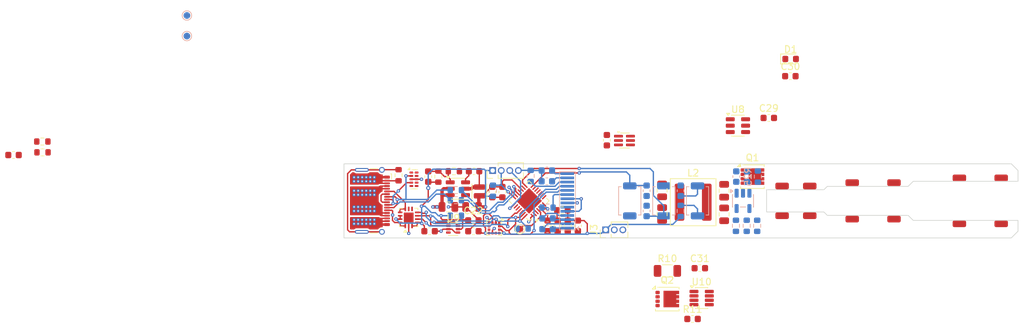
<source format=kicad_pcb>
(kicad_pcb
	(version 20241229)
	(generator "pcbnew")
	(generator_version "9.0")
	(general
		(thickness 1.6)
		(legacy_teardrops no)
	)
	(paper "A4")
	(layers
		(0 "F.Cu" signal)
		(4 "In1.Cu" signal)
		(6 "In2.Cu" signal)
		(2 "B.Cu" signal)
		(9 "F.Adhes" user "F.Adhesive")
		(11 "B.Adhes" user "B.Adhesive")
		(13 "F.Paste" user)
		(15 "B.Paste" user)
		(5 "F.SilkS" user "F.Silkscreen")
		(7 "B.SilkS" user "B.Silkscreen")
		(1 "F.Mask" user)
		(3 "B.Mask" user)
		(17 "Dwgs.User" user "User.Drawings")
		(19 "Cmts.User" user "User.Comments")
		(21 "Eco1.User" user "User.Eco1")
		(23 "Eco2.User" user "User.Eco2")
		(25 "Edge.Cuts" user)
		(27 "Margin" user)
		(31 "F.CrtYd" user "F.Courtyard")
		(29 "B.CrtYd" user "B.Courtyard")
		(35 "F.Fab" user)
		(33 "B.Fab" user)
		(39 "User.1" user)
		(41 "User.2" user)
		(43 "User.3" user)
		(45 "User.4" user)
	)
	(setup
		(stackup
			(layer "F.SilkS"
				(type "Top Silk Screen")
				(color "Black")
			)
			(layer "F.Paste"
				(type "Top Solder Paste")
			)
			(layer "F.Mask"
				(type "Top Solder Mask")
				(color "White")
				(thickness 0.01)
			)
			(layer "F.Cu"
				(type "copper")
				(thickness 0.035)
			)
			(layer "dielectric 1"
				(type "prepreg")
				(thickness 0.1)
				(material "FR4")
				(epsilon_r 4.5)
				(loss_tangent 0.02)
			)
			(layer "In1.Cu"
				(type "copper")
				(thickness 0.035)
			)
			(layer "dielectric 2"
				(type "core")
				(thickness 1.24)
				(material "FR4")
				(epsilon_r 4.5)
				(loss_tangent 0.02)
			)
			(layer "In2.Cu"
				(type "copper")
				(thickness 0.035)
			)
			(layer "dielectric 3"
				(type "prepreg")
				(thickness 0.1)
				(material "FR4")
				(epsilon_r 4.5)
				(loss_tangent 0.02)
			)
			(layer "B.Cu"
				(type "copper")
				(thickness 0.035)
			)
			(layer "B.Mask"
				(type "Bottom Solder Mask")
				(thickness 0.01)
			)
			(layer "B.Paste"
				(type "Bottom Solder Paste")
			)
			(layer "B.SilkS"
				(type "Bottom Silk Screen")
			)
			(copper_finish "None")
			(dielectric_constraints no)
		)
		(pad_to_mask_clearance 0)
		(allow_soldermask_bridges_in_footprints no)
		(tenting front back)
		(grid_origin 100.5 158.2)
		(pcbplotparams
			(layerselection 0x00000000_00000000_55555555_5755f5ff)
			(plot_on_all_layers_selection 0x00000000_00000000_00000000_00000000)
			(disableapertmacros no)
			(usegerberextensions no)
			(usegerberattributes yes)
			(usegerberadvancedattributes yes)
			(creategerberjobfile yes)
			(dashed_line_dash_ratio 12.000000)
			(dashed_line_gap_ratio 3.000000)
			(svgprecision 4)
			(plotframeref no)
			(mode 1)
			(useauxorigin no)
			(hpglpennumber 1)
			(hpglpenspeed 20)
			(hpglpendiameter 15.000000)
			(pdf_front_fp_property_popups yes)
			(pdf_back_fp_property_popups yes)
			(pdf_metadata yes)
			(pdf_single_document no)
			(dxfpolygonmode yes)
			(dxfimperialunits yes)
			(dxfusepcbnewfont yes)
			(psnegative no)
			(psa4output no)
			(plot_black_and_white yes)
			(sketchpadsonfab no)
			(plotpadnumbers no)
			(hidednponfab no)
			(sketchdnponfab yes)
			(crossoutdnponfab yes)
			(subtractmaskfromsilk no)
			(outputformat 1)
			(mirror no)
			(drillshape 1)
			(scaleselection 1)
			(outputdirectory "")
		)
	)
	(net 0 "")
	(net 1 "+3.3V")
	(net 2 "GND")
	(net 3 "VBUS")
	(net 4 "Net-(U4-SW)")
	(net 5 "Net-(U4-BST)")
	(net 6 "Net-(U4-FB)")
	(net 7 "/NRST")
	(net 8 "/BTN1")
	(net 9 "/BTN2")
	(net 10 "/TC_FB")
	(net 11 "/BOOTSEL")
	(net 12 "Net-(C27-Pad2)")
	(net 13 "/SCL")
	(net 14 "/DISP_NRST")
	(net 15 "/SDA")
	(net 16 "Net-(R7-Pad2)")
	(net 17 "/TIP_H")
	(net 18 "/SWDIO")
	(net 19 "/D-")
	(net 20 "/D+")
	(net 21 "/HEATER_ON")
	(net 22 "/CURR_FB")
	(net 23 "/VBUS_FB")
	(net 24 "/TIP_K")
	(net 25 "/CC2")
	(net 26 "/CC1")
	(net 27 "/LED_RING")
	(net 28 "/ACC_INT1")
	(net 29 "/SWCLK")
	(net 30 "/INT_N")
	(net 31 "/ACC_INT2")
	(net 32 "Net-(J4-Pin_13)")
	(net 33 "Net-(J4-Pin_2)")
	(net 34 "Net-(J4-Pin_1)")
	(net 35 "Net-(J4-Pin_4)")
	(net 36 "Net-(J4-Pin_3)")
	(net 37 "Net-(J4-Pin_14)")
	(net 38 "Net-(U7--)")
	(net 39 "Net-(J1-SHIELD)")
	(net 40 "unconnected-(J4-Pin_6-Pad6)")
	(net 41 "Net-(J4-Pin_12)")
	(net 42 "Net-(U7-+)")
	(net 43 "unconnected-(U5-~{CS}-Pad10)")
	(net 44 "/JDP")
	(net 45 "/JDN")
	(net 46 "unconnected-(U3-NC-Pad6)")
	(net 47 "unconnected-(U3-NC-Pad10)")
	(net 48 "unconnected-(U3-NC-Pad7)")
	(net 49 "unconnected-(U3-NC-Pad9)")
	(net 50 "Net-(J4-Pin_9)")
	(net 51 "Net-(U1-VDDA)")
	(net 52 "unconnected-(U9-ALERT-Pad3)")
	(net 53 "unconnected-(U1-PA4-Pad10)")
	(net 54 "unconnected-(U1-PB3-Pad24)")
	(net 55 "unconnected-(U1-OSC_OUT{slash}PD1-Pad3)")
	(net 56 "unconnected-(U1-PA5-Pad11)")
	(net 57 "unconnected-(U1-PA15-Pad23)")
	(net 58 "unconnected-(U1-OSC_IN{slash}PD0-Pad2)")
	(net 59 "Net-(U10-SRC)")
	(net 60 "Net-(U10-VCAP)")
	(net 61 "Net-(Q1-D)")
	(net 62 "Net-(D1-K)")
	(net 63 "Net-(U8-VS)")
	(net 64 "Net-(Q1-G)")
	(net 65 "Net-(Q2-D)")
	(net 66 "Net-(Q2-G)")
	(net 67 "unconnected-(U10-EN{slash}UVLO-Pad1)")
	(net 68 "unconnected-(U10-OV-Pad7)")
	(footprint "Connector_Wire:SolderWirePad_1x01_SMD_1x2mm" (layer "F.Cu") (at 169.6 150.5 90))
	(footprint "Capacitor_SMD:C_0603_1608Metric" (layer "F.Cu") (at 122.5 151.4 -90))
	(footprint "Package_SON:USON-10_2.5x1.0mm_P0.5mm" (layer "F.Cu") (at 110.885 149.5))
	(footprint "Connector_Wire:SolderWirePad_1x01_SMD_1x2mm" (layer "F.Cu") (at 182.1 155.4 90))
	(footprint "Package_SON:VSON-8_3.3x3.3mm_P0.65mm_NexFET" (layer "F.Cu") (at 161.1 149.1))
	(footprint "Package_TO_SOT_SMD:SOT-23-8" (layer "F.Cu") (at 153.5625 167.125))
	(footprint "Capacitor_SMD:C_0805_2012Metric" (layer "F.Cu") (at 156.9 151.2 90))
	(footprint "Connector_Wire:SolderWirePad_1x01_SMD_1x2mm" (layer "F.Cu") (at 198 156.1 90))
	(footprint "Capacitor_SMD:C_0603_1608Metric" (layer "F.Cu") (at 153.2925 162.69))
	(footprint "Capacitor_SMD:C_0603_1608Metric" (layer "F.Cu") (at 135.2 156.4 -90))
	(footprint "Package_TO_SOT_SMD:SOT-363_SC-70-6" (layer "F.Cu") (at 142.1125 143.75))
	(footprint "Inductor_SMD:L_Changjiang_FTC201607S" (layer "F.Cu") (at 120.6 151.3 -90))
	(footprint "Resistor_SMD:R_0603_1608Metric" (layer "F.Cu") (at 55.775 145.5))
	(footprint "Connector_Wire:SolderWirePad_1x01_SMD_1x2mm" (layer "F.Cu") (at 175.9 150 90))
	(footprint "Diode_SMD:D_0603_1608Metric" (layer "F.Cu") (at 166.765 131.65))
	(footprint "Capacitor_SMD:C_0805_2012Metric" (layer "F.Cu") (at 156.9 154.7 -90))
	(footprint "Connector_Wire:SolderWirePad_1x01_SMD_1x2mm" (layer "F.Cu") (at 191.8 156.1 90))
	(footprint "Capacitor_SMD:C_0603_1608Metric" (layer "F.Cu") (at 163.525 140.4))
	(footprint "Capacitor_SMD:C_0603_1608Metric" (layer "F.Cu") (at 132.2 156.4 -90))
	(footprint "Capacitor_SMD:C_0603_1608Metric" (layer "F.Cu") (at 166.725 134.2))
	(footprint "Inductor_SMD:L_Coilcraft_XAL6060-XXX" (layer "F.Cu") (at 152.3 152.9))
	(footprint "Connector_Wire:SolderWirePad_1x01_SMD_1x2mm" (layer "F.Cu") (at 169.6 154.9 90))
	(footprint "Connector_USB:USB_C_Receptacle_G-Switch_GT-USB-7025" (layer "F.Cu") (at 103.439427 152.7 -90))
	(footprint "Connector_Wire:SolderWirePad_1x01_SMD_1x2mm" (layer "F.Cu") (at 165.5 150.5 90))
	(footprint "Resistor_SMD:R_0603_1608Metric" (layer "F.Cu") (at 114.5 149.1 90))
	(footprint "Connector_Wire:SolderWirePad_1x01_SMD_1x2mm" (layer "F.Cu") (at 165.5 154.9 90))
	(footprint "Package_SON:VSON-8_3.3x3.3mm_P0.65mm_NexFET" (layer "F.Cu") (at 148.4675 167.265))
	(footprint "Capacitor_SMD:C_0603_1608Metric" (layer "F.Cu") (at 133.7 156.4 -90))
	(footprint "Capacitor_SMD:C_0805_2012Metric" (layer "F.Cu") (at 147.7 154.65 -90))
	(footprint "Package_TO_SOT_SMD:SOT-23-6" (layer "F.Cu") (at 158.945 141.545))
	(footprint "Capacitor_SMD:C_0603_1608Metric" (layer "F.Cu") (at 130.7 156.4 -90))
	(footprint "Capacitor_SMD:C_0603_1608Metric" (layer "F.Cu") (at 152.2125 170.22))
	(footprint "Connector_PinHeader_1.27mm:PinHeader_1x03_P1.27mm_Vertical" (layer "F.Cu") (at 139.33 157 90))
	(footprint "Capacitor_SMD:C_0805_2012Metric" (layer "F.Cu") (at 147.7 151.15 90))
	(footprint "Capacitor_SMD:C_0805_2012Metric" (layer "F.Cu") (at 119.5 153.6 180))
	(footprint "TestPoint:TestPoint_Pad_D1.0mm" (layer "F.Cu") (at 126.6 156.9))
	(footprint "Capacitor_SMD:C_0603_1608Metric" (layer "F.Cu") (at 113 149.1 90))
	(footprint "Package_TO_SOT_SMD:TSOT-23-6" (layer "F.Cu") (at 117.4 150.9))
	(footprint "Package_LGA:LGA-12_2x2mm_P0.5mm" (layer "F.Cu") (at 122.7775 156.7225 -90))
	(footprint "Package_DFN_QFN:WQFN-28-1EP_4x4mm_P0.4mm_EP2.7x2.7mm" (layer "F.Cu") (at 127.960831 152.7 135))
	(footprint "Connector_Wire:SolderWirePad_1x01_SMD_1x2mm" (layer "F.Cu") (at 198 149.3 90))
	(footprint "Connector_PinHeader_1.27mm:PinHeader_1x04_P1.27mm_Vertical" (layer "F.Cu") (at 122.56 148.2 90))
	(footprint "Connector_Wire:SolderWirePad_1x01_SMD_1x2mm" (layer "F.Cu") (at 175.9 155.4 90))
	(footprint "Capacitor_SMD:C_0603_1608Metric" (layer "F.Cu") (at 119.7 157.2 180))
	(footprint "Resistor_SMD:R_0603_1608Metric" (layer "F.Cu") (at 55.75 143.9))
	(footprint "Capacitor_SMD:C_0603_1608Metric" (layer "F.Cu") (at 124 151.4 -90))
	(footprint "Package_TO_SOT_SMD:SOT-563"
		(layer "F.Cu")
		(uuid "a99a98cd-8a03-4a92-bc1e-e47c50c9122c")
		(at 116.7 156.9)
		(descr "SOT, 6 Pin (https://www.jedec.org/system/files/docs/MO-293B.pdf), generated with kicad-footprint-generator ipc_gullwing_generator.py")
		(tags "SOT TO_SOT_SMD JEDEC-MO-293-UAAD Texas-DRL-6")
		(property "Reference" "U9"
			(at 0 -1.65 0)
			(layer "F.SilkS")
			(uuid "ab35a6c1-8963-464a-9ca3-394fa1b8efa7")
			(effects
				(font
					(size 1 1)
					(thickness 0.15)
				)
			)
		)
		(property "Value" "TMP102xxDRL"
			(at 0 1.65 0)
			(layer "F.Fab")
			(uuid "8415a54c-2381-49e4-bb3d-25bbae30e653")
			(effects
				(font
					(size 1 1)
					(thickness 0.15)
				)
			)
		)
		(property "Datasheet" "https://www.ti.com/lit/ds/symlink/tmp102.pdf"
			(at 0 0 0)
			(layer "F.Fab")
			(hide yes)
			(uuid "81eb6816-1736-4918-9ced-54ff1f20b769")
			(effects
				(font
					(size 1.27 1.27)
					(thickness 0.15)
				)
			)
		)
		(property "Description" "Digital Temperature Sensor, ±3°C, low-Power, SMBus, 12 bit, Two-Wire Serial Interface, SOT-563"
			(at 0 0 0)
			(layer "F.Fab")
			(hide yes)
			(uuid "eb65a0df-4c6b-40bb-aba4-8475bdf53496")
			(effects
				(font
					(size 1.27 1.27)
					(thickness 0.15)
				)
			)
		)
		(property ki_fp_filters "SOT?563*")
		(path "/810733f6-6339-4f4c-882b-91bc1395f8f2")
		(sheetname "/")
		(sheetfile "usbc_soldering_iron.kicad_sch")
		(attr smd)
		(fp_line
			(start -0.425568 -0.935)
			(end 0.71 -0.935)
			(stroke
				(width 0.12)
				(type solid)
			)
			(layer "F.SilkS")
			(uuid "60adc926-9722-4557-a7c8-210fbabbd084")
		)
		(fp_line
			(start 0.71 0.935)
			(end -0.71 0.935)
			(stroke
				(width 0.12)
				(type solid)
			)
			(layer "F.SilkS")
			(uuid "eb555082-981c-4b70-8101-42f9bd5f23a7")
		)
		(fp_poly
			(pts
				(xy -0.72 -0.94) (xy -0.86 -1.13) (xy -0.58 -1.13)
			)
			(stroke
				(width 0.12)
				(type solid)
			)
			(fill yes)
			(layer "F.SilkS")
			(uuid "0aa9281c-b15a-401a-ab8b-8c0491f07f13")
		)
		(fp_line
			(start -1.2 -0.83)
			(end -0.75 -0.83)
			(stroke
				(width 0.05)
				(type solid)
			)
			(layer "F.CrtYd")
			(uuid "215550eb-adfc-4f39-8433-078931f2f565")
		)
		(fp_line
			(start -1.2 0.83)
			(end -1.2 -0.83)
			(stroke
				(width 0.05)
				(type solid)
			)
			(layer "F.CrtYd")
			(uuid "c16de115-c422-4127-a7f2-6a511bb8bb7c")
		)
		(fp_line
			(start -0.75 -0.95)
			(end 0.75 -0.95)
			(stroke
				(width 0.05)
				(type solid)
			)
			(layer "F.CrtYd")
			(uuid "1b1cea2b-69c2-4e71-9898-5bbfab3cdf44")
		)
		(fp_line
			(start -0.75 -0.83)
			(end -0.75 -0.95)
			(stroke
				(width 0.05)
				(type solid)
			)
			(layer "F.CrtYd")
			(uuid "3b893c1a-35cb-4eaa-8989-2f7c364a8a7e")
		)
		(fp_line
			(start -0.75 0.83)
			(end -1.2 0.83)
			(stroke
				(width 0.05)
				(type solid)
			)
			(layer "F.CrtYd")
			(uuid "9908eb18-a006-407a-8bc7-8af38a45e640")
		)
		(fp_line
			(start -0.75 0.95)
			(end -0.75 0.83)
			(stroke
				(width 0.05)
				(type solid)
			)
			(layer "F.CrtYd")
			(uuid "9a6a0e2d-0589-4e62-90c3-65133a3d23d5")
		)
		(fp_line
			(start 0.75 -0.95)
			(end 0.75 -0.83)
			(stroke
				(width 0.05)
				(type solid)
			)
			(layer "F.CrtYd")
			(uuid "e5b5f8e9-1a79-47dd-b2cc-186ae74ccda5")
		)
		(fp_line
			(start 0.75 -0.83)
			(end 1.2 -0.83)
			(stroke
				(width 0.05)
				(type solid)
			)
			(layer "F.CrtYd")
			(uuid "79d4b0d8-8d7e-4416-9929-695c20bc62eb")
		)
		(fp_line
			(start 0.75 0.83)
			(end 0.75 0.95)
			(stroke
				(width 0.05)
				(type solid)
			)
			(layer "F.CrtYd")
			(uuid "ee65c8a6-8e50-4990-9976-a6dd87088b1c")
		)
		(fp_line
			(start 0.75 0.95)
			(end -0.75 0.95)
			(stroke
				(width 0.05)
				(type solid)
			)
			(layer "F.CrtYd")
			(uuid "76f3d692-c86f-4015-826f-fd547ba4ab5c")
		)
		(fp_line
			(start 1.2 -0.83)
			(end 1.2 0.83)
			(stroke
				(width 0.05)
				(type solid)
			)
			(layer "F.CrtYd")
			(uuid "b39edb66-7c6b-4200-8656-225b76972d7d")
		)
		(fp_line
			(start 1.2 0.83)
			(end 0.75 0.83)
			(stroke
				(width 0.05)
				(type solid)
			)
			(layer "F.CrtYd")
			(uuid "43c93458-fb8a-4c68-b64b-278bb54f4a22")
		)
		(fp_poly
			(pts
				(xy -0.3 -0.8) (xy 0.6 -0.8) (xy 0.6 0.8) (xy -0.6 0.8) (xy -0.6 -0.5)
			)
			(stroke
				(width 0.1)
				(type solid)
			)
			(fill no)
			(layer "F.Fab")
			(uuid "0160bb4d-fb54-4ab9-b154-ead4d68a7809")
		)
		(fp_text user "${REFERENCE}"
			(at 0 0 90)
			(layer "F.Fab")
			(uuid "7951df3f-c4bf-4542-9196-8c097f867d28")
			(effects
				(font
					(size 0.4 0.4)
					(thickness 0.06)
				)
			)
		)
		(pad "1" smd roundrect
			(at -0.7125 -0.5)
			(size 0.675 0.35)
			(layers "F.Cu" "F.Mask" "F.Paste")
			(roundrect_rratio 0.25)
			(net 13 "/SCL")
			(pinfunction "SCL")
			(pintype "input")
			(uuid "39222b0e-055d-4957-95b3-3804bc0f3592")
		)
		(pad "2" smd roundrect
			(at -0.7125 0)
			(size 0.675 0.35)
			(layers "F.Cu" "F.Mask" "F.Paste")
			(roundrect_rratio 0.25)
			(net 2 "GND")
			(pinfunction "GND")
			(pintype "power_in")
			(uuid "b891ebd5-40e0-4bb9-a81f-cc4fb6e996bf")
		)
		(pad "3" smd roundrect
			(at -0.7125 0.5)
			(size 0.675 0.35)
			(layers "F.Cu" "F.Mask" "F.Paste")
			(roundrect_rratio 0.25)
			(net 52 "unconnected-(U9-ALERT-Pad3)")
			(pinfunction "ALERT")
			(pintype "open
... [351517 chars truncated]
</source>
